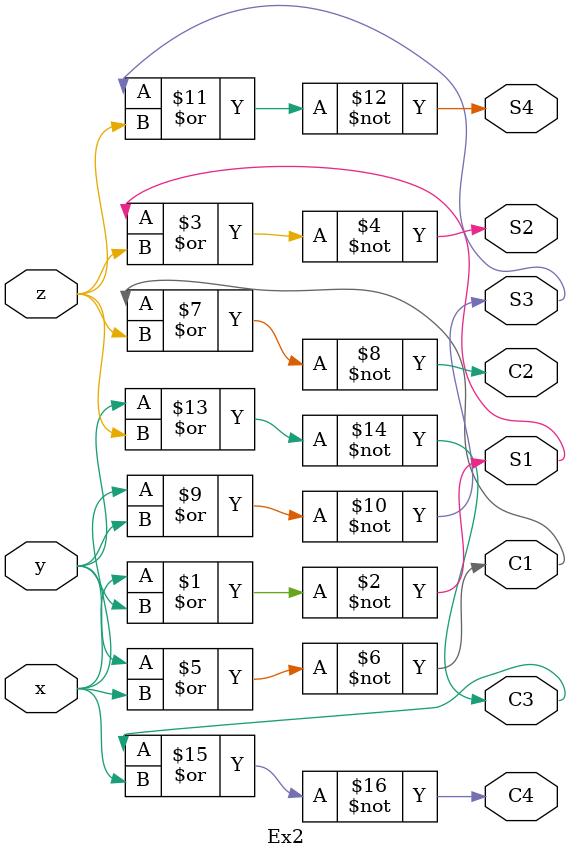
<source format=v>
`timescale 1ns / 1ps
module Ex2(S1, S2, S3, S4, C1, C2, C3, C4, x, y, z);
output S1, S2, S3, S4, C1, C2, C3, C4;
input x, y, z;

wire S1, S2, S3, S4, C1, C2, C3, C4, x, y, z;

nor(S1, x, y);
nor(S2, S1, z);
nor(C1, y, x);
nor(C2, C1, z);

nor(S3, x, y);
nor(S4, S3, z);
nor(C3, y, z);
nor(C4, C3, x);

endmodule

</source>
